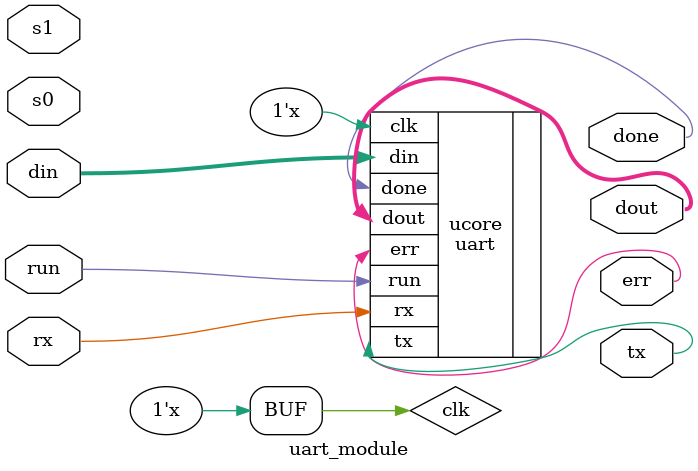
<source format=sv>
module uart_module (
    input logic s0, s1, run,
    input logic [7:0] din,
    input logic rx,
    output logic tx,
    output logic [7:0] dout,
    output logic done,
    output logic err
);
    logic clk = 0;

    // Baud Clock (just a free-running clock here)
    always #10 clk = ~clk;

    uart ucore (
        .clk(clk),
        .run(run),
        .rx(rx),
        .din(din),
        .tx(tx),
        .dout(dout),
        .done(done),
        .err(err)
    );
endmodule

</source>
